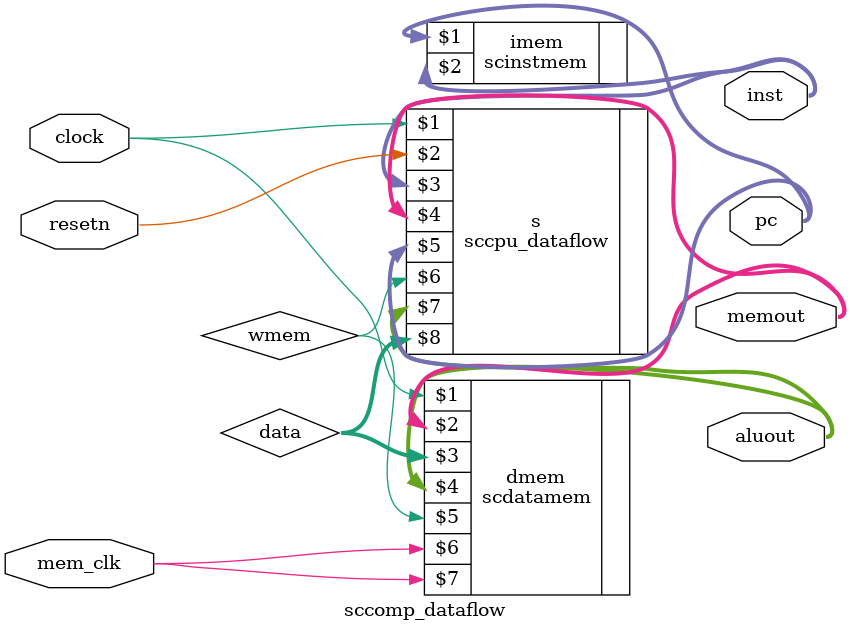
<source format=v>
/* 
writer:liyiming 
date: 2018/11/14
version: 0.0
module: sccomp_dataflow
func: simple soc
*/
module sccomp_dataflow(
    clock,
    resetn,
    inst,
    pc,
    aluout,
    memout,
    mem_clk     
);
    input clock,resetn,mem_clk;
    output [31:0] inst,pc,aluout,memout;
    wire [31:0] data;
    wire wmem;
    sccpu_dataflow s (clock,resetn,inst,memout,pc,wmem,aluout,data);
    scinstmem imem (pc,inst);
    scdatamem dmem (clock,memout,data,aluout,wmem,mem_clk,mem_clk);
endmodule
</source>
